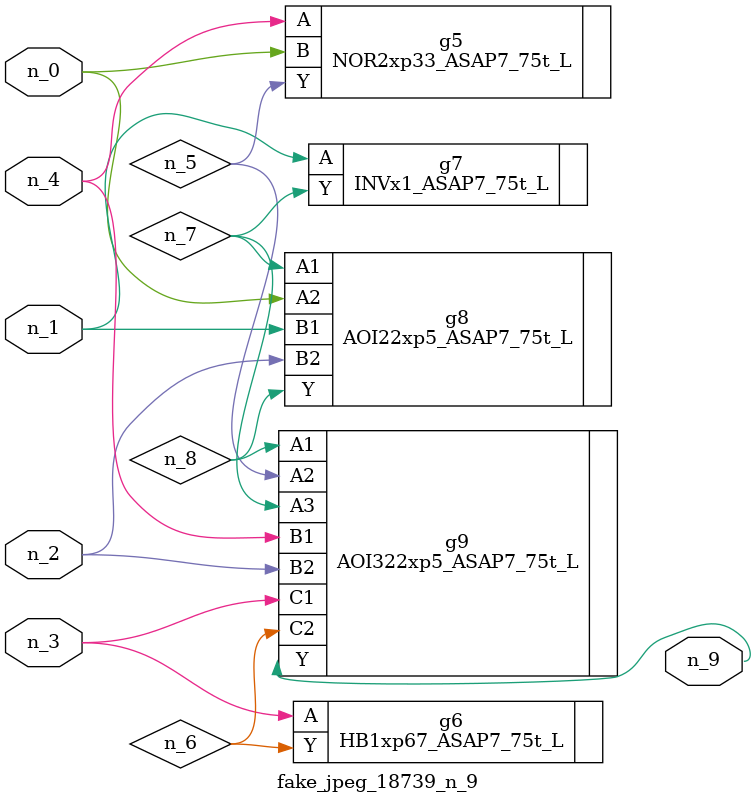
<source format=v>
module fake_jpeg_18739_n_9 (n_3, n_2, n_1, n_0, n_4, n_9);

input n_3;
input n_2;
input n_1;
input n_0;
input n_4;

output n_9;

wire n_8;
wire n_6;
wire n_5;
wire n_7;

NOR2xp33_ASAP7_75t_L g5 ( 
.A(n_4),
.B(n_0),
.Y(n_5)
);

HB1xp67_ASAP7_75t_L g6 ( 
.A(n_3),
.Y(n_6)
);

INVx1_ASAP7_75t_L g7 ( 
.A(n_1),
.Y(n_7)
);

AOI22xp5_ASAP7_75t_L g8 ( 
.A1(n_7),
.A2(n_0),
.B1(n_1),
.B2(n_2),
.Y(n_8)
);

AOI322xp5_ASAP7_75t_L g9 ( 
.A1(n_8),
.A2(n_5),
.A3(n_7),
.B1(n_4),
.B2(n_2),
.C1(n_3),
.C2(n_6),
.Y(n_9)
);


endmodule
</source>
